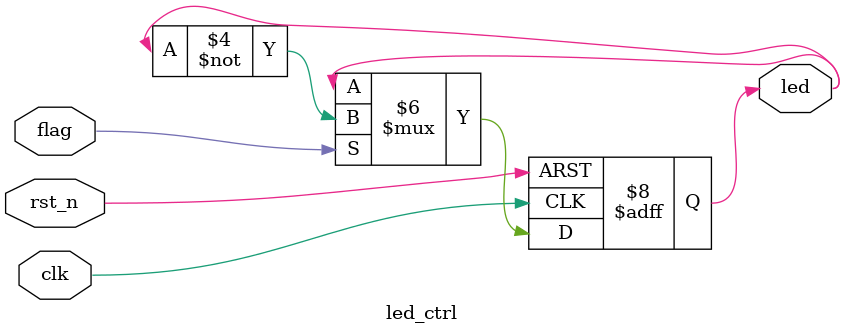
<source format=v>
module led_ctrl(

  input     wire          clk,
  input     wire          rst_n,
  input     wire          flag,
  
  output    reg           led
);

  always @(posedge clk, negedge rst_n) begin
    if (rst_n == 1'b0)
      led <= 1'b0;
    else
      if (flag == 1'b1)
        led <= ~led;
      else  
        led <= led;
  end

endmodule
</source>
